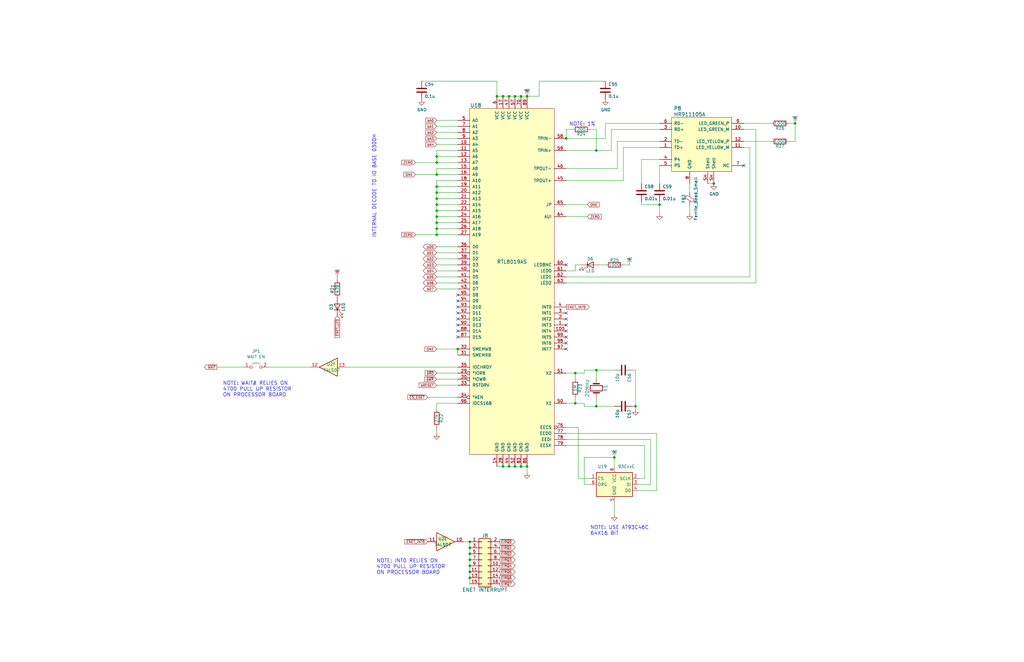
<source format=kicad_sch>
(kicad_sch (version 20211123) (generator eeschema)
  (paper "B")
  (lib_symbols
    (symbol "74xx:74LS07" (pin_names (offset 1.016))
      (property "Reference" "U" (at 0 1.27 0))
      (property "Value" "74LS07" (at 0 -1.27 0))
      (symbol "74LS07_1_0"
        (polyline (pts (xy -3.81 3.81) (xy -3.81 -3.81) (xy 3.81 0) (xy -3.81 3.81)) (stroke (width 0.254)) (fill (type background)))
        (pin input line (at -7.62 0 0) (length 3.81) (name "~") (number "1"))
        (pin open_collector line (at 7.62 0 180) (length 3.81) (name "~") (number "2"))
      )
      (symbol "74LS07_2_0"
        (polyline (pts (xy -3.81 3.81) (xy -3.81 -3.81) (xy 3.81 0) (xy -3.81 3.81)) (stroke (width 0.254)) (fill (type background)))
        (pin input line (at -7.62 0 0) (length 3.81) (name "~") (number "3"))
        (pin open_collector line (at 7.62 0 180) (length 3.81) (name "~") (number "4"))
      )
      (symbol "74LS07_3_0"
        (polyline (pts (xy -3.81 3.81) (xy -3.81 -3.81) (xy 3.81 0) (xy -3.81 3.81)) (stroke (width 0.254)) (fill (type background)))
        (pin input line (at -7.62 0 0) (length 3.81) (name "~") (number "5"))
        (pin open_collector line (at 7.62 0 180) (length 3.81) (name "~") (number "6"))
      )
      (symbol "74LS07_4_0"
        (polyline (pts (xy -3.81 3.81) (xy -3.81 -3.81) (xy 3.81 0) (xy -3.81 3.81)) (stroke (width 0.254)) (fill (type background)))
        (pin open_collector line (at 7.62 0 180) (length 3.81) (name "~") (number "8"))
        (pin input line (at -7.62 0 0) (length 3.81) (name "~") (number "9"))
      )
      (symbol "74LS07_5_0"
        (polyline (pts (xy -3.81 3.81) (xy -3.81 -3.81) (xy 3.81 0) (xy -3.81 3.81)) (stroke (width 0.254)) (fill (type background)))
        (pin open_collector line (at 7.62 0 180) (length 3.81) (name "~") (number "10"))
        (pin input line (at -7.62 0 0) (length 3.81) (name "~") (number "11"))
      )
      (symbol "74LS07_6_0"
        (polyline (pts (xy -3.81 3.81) (xy -3.81 -3.81) (xy 3.81 0) (xy -3.81 3.81)) (stroke (width 0.254)) (fill (type background)))
        (pin open_collector line (at 7.62 0 180) (length 3.81) (name "~") (number "12"))
        (pin input line (at -7.62 0 0) (length 3.81) (name "~") (number "13"))
      )
      (symbol "74LS07_7_0"
        (pin power_in line (at 0 12.7 270) (length 5.08) (name "VCC") (number "14"))
        (pin power_in line (at 0 -12.7 90) (length 5.08) (name "GND") (number "7"))
      )
      (symbol "74LS07_7_1"
        (rectangle (start -5.08 7.62) (end 5.08 -7.62) (stroke (width 0.254)) (fill (type background)))
      )
    )
    (symbol "Connector_Generic:Conn_02x08_Odd_Even" (pin_names (offset 1.016) hide)
      (property "Reference" "J" (at 1.27 10.16 0))
      (property "Value" "Conn_02x08_Odd_Even" (at 1.27 -12.7 0))
      (symbol "Conn_02x08_Odd_Even_1_1"
        (rectangle (start -1.27 -10.033) (end 0 -10.287) (stroke (width 0.1524)))
        (rectangle (start -1.27 -7.493) (end 0 -7.747) (stroke (width 0.1524)))
        (rectangle (start -1.27 -4.953) (end 0 -5.207) (stroke (width 0.1524)))
        (rectangle (start -1.27 -2.413) (end 0 -2.667) (stroke (width 0.1524)))
        (rectangle (start -1.27 0.127) (end 0 -0.127) (stroke (width 0.1524)))
        (rectangle (start -1.27 2.667) (end 0 2.413) (stroke (width 0.1524)))
        (rectangle (start -1.27 5.207) (end 0 4.953) (stroke (width 0.1524)))
        (rectangle (start -1.27 7.747) (end 0 7.493) (stroke (width 0.1524)))
        (rectangle (start -1.27 8.89) (end 3.81 -11.43) (stroke (width 0.254)) (fill (type background)))
        (rectangle (start 3.81 -10.033) (end 2.54 -10.287) (stroke (width 0.1524)))
        (rectangle (start 3.81 -7.493) (end 2.54 -7.747) (stroke (width 0.1524)))
        (rectangle (start 3.81 -4.953) (end 2.54 -5.207) (stroke (width 0.1524)))
        (rectangle (start 3.81 -2.413) (end 2.54 -2.667) (stroke (width 0.1524)))
        (rectangle (start 3.81 0.127) (end 2.54 -0.127) (stroke (width 0.1524)))
        (rectangle (start 3.81 2.667) (end 2.54 2.413) (stroke (width 0.1524)))
        (rectangle (start 3.81 5.207) (end 2.54 4.953) (stroke (width 0.1524)))
        (rectangle (start 3.81 7.747) (end 2.54 7.493) (stroke (width 0.1524)))
        (pin passive line (at -5.08 7.62 0) (length 3.81) (name "Pin_1") (number "1"))
        (pin passive line (at 7.62 -2.54 180) (length 3.81) (name "Pin_10") (number "10"))
        (pin passive line (at -5.08 -5.08 0) (length 3.81) (name "Pin_11") (number "11"))
        (pin passive line (at 7.62 -5.08 180) (length 3.81) (name "Pin_12") (number "12"))
        (pin passive line (at -5.08 -7.62 0) (length 3.81) (name "Pin_13") (number "13"))
        (pin passive line (at 7.62 -7.62 180) (length 3.81) (name "Pin_14") (number "14"))
        (pin passive line (at -5.08 -10.16 0) (length 3.81) (name "Pin_15") (number "15"))
        (pin passive line (at 7.62 -10.16 180) (length 3.81) (name "Pin_16") (number "16"))
        (pin passive line (at 7.62 7.62 180) (length 3.81) (name "Pin_2") (number "2"))
        (pin passive line (at -5.08 5.08 0) (length 3.81) (name "Pin_3") (number "3"))
        (pin passive line (at 7.62 5.08 180) (length 3.81) (name "Pin_4") (number "4"))
        (pin passive line (at -5.08 2.54 0) (length 3.81) (name "Pin_5") (number "5"))
        (pin passive line (at 7.62 2.54 180) (length 3.81) (name "Pin_6") (number "6"))
        (pin passive line (at -5.08 0 0) (length 3.81) (name "Pin_7") (number "7"))
        (pin passive line (at 7.62 0 180) (length 3.81) (name "Pin_8") (number "8"))
        (pin passive line (at -5.08 -2.54 0) (length 3.81) (name "Pin_9") (number "9"))
      )
    )
    (symbol "Device:C" (pin_numbers hide) (pin_names (offset 0.254))
      (property "Reference" "C" (at 0.635 2.54 0))
      (property "Value" "C" (at 0.635 -2.54 0))
      (symbol "C_0_1"
        (polyline (pts (xy -2.032 -0.762) (xy 2.032 -0.762)) (stroke (width 0.508)))
        (polyline (pts (xy -2.032 0.762) (xy 2.032 0.762)) (stroke (width 0.508)))
      )
      (symbol "C_1_1"
        (pin passive line (at 0 3.81 270) (length 2.794) (name "~") (number "1"))
        (pin passive line (at 0 -3.81 90) (length 2.794) (name "~") (number "2"))
      )
    )
    (symbol "Device:Crystal" (pin_numbers hide) (pin_names (offset 1.016) hide)
      (property "Reference" "Y" (at 0 3.81 0))
      (property "Value" "Crystal" (at 0 -3.81 0))
      (symbol "Crystal_0_1"
        (rectangle (start -1.143 2.54) (end 1.143 -2.54) (stroke (width 0.3048)))
        (polyline (pts (xy -2.54 0) (xy -1.905 0)))
        (polyline (pts (xy -1.905 -1.27) (xy -1.905 1.27)) (stroke (width 0.508)))
        (polyline (pts (xy 1.905 -1.27) (xy 1.905 1.27)) (stroke (width 0.508)))
        (polyline (pts (xy 2.54 0) (xy 1.905 0)))
      )
      (symbol "Crystal_1_1"
        (pin passive line (at -3.81 0 0) (length 1.27) (name "1") (number "1"))
        (pin passive line (at 3.81 0 180) (length 1.27) (name "2") (number "2"))
      )
    )
    (symbol "Device:FerriteBead_Small" (pin_numbers hide) (pin_names (offset 0))
      (property "Reference" "FB" (at 1.905 1.27 0))
      (property "Value" "FerriteBead_Small" (at 1.905 -1.27 0))
      (symbol "FerriteBead_Small_0_1"
        (polyline (pts (xy 0 -1.27) (xy 0 -0.7874)))
        (polyline (pts (xy 0 0.889) (xy 0 1.2954)))
        (polyline (pts (xy -1.8288 0.2794) (xy -1.1176 1.4986) (xy 1.8288 -0.2032) (xy 1.1176 -1.4224) (xy -1.8288 0.2794)))
      )
      (symbol "FerriteBead_Small_1_1"
        (pin passive line (at 0 2.54 270) (length 1.27) (name "~") (number "1"))
        (pin passive line (at 0 -2.54 90) (length 1.27) (name "~") (number "2"))
      )
    )
    (symbol "Device:LED" (pin_numbers hide) (pin_names (offset 1.016) hide)
      (property "Reference" "D" (at 0 2.54 0))
      (property "Value" "LED" (at 0 -2.54 0))
      (symbol "LED_0_1"
        (polyline (pts (xy -1.27 -1.27) (xy -1.27 1.27)) (stroke (width 0.254)))
        (polyline (pts (xy -1.27 0) (xy 1.27 0)))
        (polyline (pts (xy 1.27 -1.27) (xy 1.27 1.27) (xy -1.27 0) (xy 1.27 -1.27)) (stroke (width 0.254)))
        (polyline (pts (xy -3.048 -0.762) (xy -4.572 -2.286) (xy -3.81 -2.286) (xy -4.572 -2.286) (xy -4.572 -1.524)))
        (polyline (pts (xy -1.778 -0.762) (xy -3.302 -2.286) (xy -2.54 -2.286) (xy -3.302 -2.286) (xy -3.302 -1.524)))
      )
      (symbol "LED_1_1"
        (pin passive line (at -3.81 0 0) (length 2.54) (name "K") (number "1"))
        (pin passive line (at 3.81 0 180) (length 2.54) (name "A") (number "2"))
      )
    )
    (symbol "Device:R" (pin_numbers hide) (pin_names (offset 0))
      (property "Reference" "R" (at 2.032 0 90))
      (property "Value" "R" (at 0 0 90))
      (symbol "R_0_1"
        (rectangle (start -1.016 -2.54) (end 1.016 2.54) (stroke (width 0.254)))
      )
      (symbol "R_1_1"
        (pin passive line (at 0 3.81 270) (length 1.27) (name "~") (number "1"))
        (pin passive line (at 0 -3.81 90) (length 1.27) (name "~") (number "2"))
      )
    )
    (symbol "HR911105A:HR911105A" (pin_names (offset 1.016))
      (property "Reference" "P?" (at -10.16 13.97 0))
      (property "Value" "HR911105A" (at -5.08 11.43 0))
      (symbol "HR911105A_0_1"
        (rectangle (start -12.7 10.16) (end 12.7 -12.7) (fill (type background)))
      )
      (symbol "HR911105A_1_1"
        (pin input line (at -17.78 -2.54 0) (length 5.08) (name "TD+") (number "1"))
        (pin input line (at 17.78 5.08 180) (length 5.08) (name "LED_GREEN_M") (number "10"))
        (pin input line (at 17.78 -2.54 180) (length 5.08) (name "LED_YELLOW_M") (number "11"))
        (pin input line (at 17.78 0 180) (length 5.08) (name "LED_YELLOW_P") (number "12"))
        (pin input line (at -17.78 0 0) (length 5.08) (name "TD-") (number "2"))
        (pin input line (at -17.78 5.08 0) (length 5.08) (name "RD+") (number "3"))
        (pin input line (at -17.78 -7.62 0) (length 5.08) (name "P4") (number "4"))
        (pin input line (at -17.78 -10.16 0) (length 5.08) (name "P5") (number "5"))
        (pin input line (at -17.78 7.62 0) (length 5.08) (name "RD-") (number "6"))
        (pin input line (at 17.78 -10.16 180) (length 5.08) (name "NC") (number "7"))
        (pin input line (at -5.08 -17.78 90) (length 5.08) (name "GND") (number "8"))
        (pin input line (at 17.78 7.62 180) (length 5.08) (name "LED_GREEN_P") (number "9"))
        (pin input line (at 2.54 -17.78 90) (length 5.08) (name "Shell") (number "SH"))
        (pin input line (at 5.08 -17.78 90) (length 5.08) (name "Shell") (number "SH"))
      )
    )
    (symbol "Jumper:Jumper_2_Open" (pin_names (offset 0) hide)
      (property "Reference" "JP" (at 0 2.794 0))
      (property "Value" "Jumper_2_Open" (at 0 -2.286 0))
      (symbol "Jumper_2_Open_0_0"
        (circle (center -2.032 0) (radius 0.508))
        (circle (center 2.032 0) (radius 0.508))
      )
      (symbol "Jumper_2_Open_0_1"
        (arc (start 1.524 1.27) (mid 0 1.778) (end -1.524 1.27))
      )
      (symbol "Jumper_2_Open_1_1"
        (pin passive line (at -5.08 0 0) (length 2.54) (name "A") (number "1"))
        (pin passive line (at 5.08 0 180) (length 2.54) (name "B") (number "2"))
      )
    )
    (symbol "Memory_EEPROM:93CxxC"
      (property "Reference" "U" (at -7.62 6.35 0))
      (property "Value" "93CxxC" (at 2.54 -6.35 0))
      (symbol "93CxxC_1_1"
        (rectangle (start -7.62 5.08) (end 7.62 -5.08) (stroke (width 0.254)) (fill (type background)))
        (pin input line (at -10.16 2.54 0) (length 2.54) (name "CS") (number "1"))
        (pin input line (at 10.16 2.54 180) (length 2.54) (name "SCLK") (number "2"))
        (pin input line (at 10.16 0 180) (length 2.54) (name "DI") (number "3"))
        (pin tri_state line (at 10.16 -2.54 180) (length 2.54) (name "DO") (number "4"))
        (pin power_in line (at 0 -7.62 90) (length 2.54) (name "GND") (number "5"))
        (pin input line (at -10.16 0 0) (length 2.54) (name "ORG") (number "6"))
        (pin no_connect line (at -7.62 -2.54 0) (length 2.54) hide (name "NC") (number "7"))
        (pin power_in line (at 0 7.62 270) (length 2.54) (name "VCC") (number "8"))
      )
    )
    (symbol "RTL8019AS:RTL8019AS" (pin_names (offset 1.016))
      (property "Reference" "U?" (at -15.24 66.04 0))
      (property "Value" "RTL8019AS" (at 0 0 0))
      (symbol "RTL8019AS_0_1"
        (rectangle (start -17.78 64.77) (end 17.78 -81.28) (fill (type background)))
      )
      (symbol "RTL8019AS_1_1"
        (pin output line (at 22.86 -26.67 180) (length 5.08) (name "INT3") (number "1"))
        (pin input line (at -22.86 49.53 0) (length 5.08) (name "A4") (number "10"))
        (pin output line (at 22.86 -29.21 180) (length 5.08) (name "INT4") (number "100"))
        (pin input line (at -22.86 46.99 0) (length 5.08) (name "A5") (number "11"))
        (pin input line (at -22.86 44.45 0) (length 5.08) (name "A6") (number "12"))
        (pin input line (at -22.86 41.91 0) (length 5.08) (name "A7") (number "13"))
        (pin power_in line (at -6.35 -86.36 90) (length 5.08) (name "GND") (number "14"))
        (pin input line (at -22.86 39.37 0) (length 5.08) (name "A8") (number "15"))
        (pin input line (at -22.86 36.83 0) (length 5.08) (name "A9") (number "16"))
        (pin power_in line (at -3.81 69.85 270) (length 5.08) (name "VCC") (number "17"))
        (pin input line (at -22.86 34.29 0) (length 5.08) (name "A10") (number "18"))
        (pin input line (at -22.86 31.75 0) (length 5.08) (name "A11") (number "19"))
        (pin output line (at 22.86 -24.13 180) (length 5.08) (name "INT2") (number "2"))
        (pin input line (at -22.86 29.21 0) (length 5.08) (name "A12") (number "20"))
        (pin input line (at -22.86 26.67 0) (length 5.08) (name "A13") (number "21"))
        (pin input line (at -22.86 24.13 0) (length 5.08) (name "A14") (number "22"))
        (pin input line (at -22.86 21.59 0) (length 5.08) (name "A15") (number "23"))
        (pin input line (at -22.86 19.05 0) (length 5.08) (name "A16") (number "24"))
        (pin input line (at -22.86 16.51 0) (length 5.08) (name "A17") (number "25"))
        (pin input line (at -22.86 13.97 0) (length 5.08) (name "A18") (number "26"))
        (pin input line (at -22.86 11.43 0) (length 5.08) (name "A19") (number "27"))
        (pin power_in line (at -3.81 -86.36 90) (length 5.08) (name "GND") (number "28"))
        (pin input inverted (at -22.86 -46.99 0) (length 5.08) (name "*IORB") (number "29"))
        (pin output line (at 22.86 -21.59 180) (length 5.08) (name "INT1") (number "3"))
        (pin input inverted (at -22.86 -49.53 0) (length 5.08) (name "*IOWB") (number "30"))
        (pin input line (at -22.86 -39.37 0) (length 5.08) (name "SMEMRB") (number "31"))
        (pin input line (at -22.86 -36.83 0) (length 5.08) (name "SMEMWB") (number "32"))
        (pin input line (at -22.86 -52.07 0) (length 5.08) (name "RSTDRV") (number "33"))
        (pin input inverted (at -22.86 -57.15 0) (length 5.08) (name "*AEN") (number "34"))
        (pin output line (at -22.86 -44.45 0) (length 5.08) (name "IOCHRDY") (number "35"))
        (pin bidirectional line (at -22.86 6.35 0) (length 5.08) (name "D0") (number "36"))
        (pin bidirectional line (at -22.86 3.81 0) (length 5.08) (name "D1") (number "37"))
        (pin bidirectional line (at -22.86 1.27 0) (length 5.08) (name "D2") (number "38"))
        (pin bidirectional line (at -22.86 -1.27 0) (length 5.08) (name "D3") (number "39"))
        (pin output line (at 22.86 -19.05 180) (length 5.08) (name "INT0") (number "4"))
        (pin bidirectional line (at -22.86 -3.81 0) (length 5.08) (name "D4") (number "40"))
        (pin bidirectional line (at -22.86 -6.35 0) (length 5.08) (name "D5") (number "41"))
        (pin bidirectional line (at -22.86 -8.89 0) (length 5.08) (name "D6") (number "42"))
        (pin bidirectional line (at -22.86 -11.43 0) (length 5.08) (name "D7") (number "43"))
        (pin power_in line (at -1.27 -86.36 90) (length 5.08) (name "GND") (number "44"))
        (pin output line (at 22.86 34.29 180) (length 5.08) (name "TPOUT+") (number "45"))
        (pin output line (at 22.86 39.37 180) (length 5.08) (name "TPOUT-") (number "46"))
        (pin power_in line (at -1.27 69.85 270) (length 5.08) (name "VCC") (number "47"))
        (pin input line (at -22.86 59.69 0) (length 5.08) (name "A0") (number "5"))
        (pin input line (at 22.86 -59.69 180) (length 5.08) (name "X1") (number "50"))
        (pin output line (at 22.86 -46.99 180) (length 5.08) (name "X2") (number "51"))
        (pin power_in line (at 1.27 -86.36 90) (length 5.08) (name "GND") (number "52"))
        (pin power_in line (at 1.27 69.85 270) (length 5.08) (name "VCC") (number "57"))
        (pin input line (at 22.86 52.07 180) (length 5.08) (name "TPIN-") (number "58"))
        (pin input line (at 22.86 46.99 180) (length 5.08) (name "TPIN+") (number "59"))
        (pin power_in line (at -6.35 69.85 270) (length 5.08) (name "VCC") (number "6"))
        (pin output line (at 22.86 -1.27 180) (length 5.08) (name "LEDBNC") (number "60"))
        (pin output line (at 22.86 -3.81 180) (length 5.08) (name "LED0") (number "61"))
        (pin output line (at 22.86 -6.35 180) (length 5.08) (name "LED1") (number "62"))
        (pin output line (at 22.86 -8.89 180) (length 5.08) (name "LED2") (number "63"))
        (pin input line (at 22.86 19.05 180) (length 5.08) (name "AUI") (number "64"))
        (pin input line (at 22.86 24.13 180) (length 5.08) (name "JP") (number "65"))
        (pin input line (at -22.86 57.15 0) (length 5.08) (name "A1") (number "7"))
        (pin power_in line (at 3.81 69.85 270) (length 5.08) (name "VCC") (number "70"))
        (pin output inverted (at 22.86 -69.85 180) (length 5.08) (name "EECS") (number "76"))
        (pin input line (at 22.86 -72.39 180) (length 5.08) (name "EEDO") (number "77"))
        (pin output line (at 22.86 -74.93 180) (length 5.08) (name "EEDI") (number "78"))
        (pin output line (at 22.86 -77.47 180) (length 5.08) (name "EESK") (number "79"))
        (pin input line (at -22.86 54.61 0) (length 5.08) (name "A2") (number "8"))
        (pin power_in line (at 3.81 -86.36 90) (length 5.08) (name "GND") (number "83"))
        (pin power_in line (at 6.35 -86.36 90) (length 5.08) (name "GND") (number "86"))
        (pin bidirectional line (at -22.86 -31.75 0) (length 5.08) (name "D15") (number "87"))
        (pin bidirectional line (at -22.86 -29.21 0) (length 5.08) (name "D14") (number "88"))
        (pin power_in line (at 6.35 69.85 270) (length 5.08) (name "VCC") (number "89"))
        (pin input line (at -22.86 52.07 0) (length 5.08) (name "A3") (number "9"))
        (pin bidirectional line (at -22.86 -26.67 0) (length 5.08) (name "D13") (number "90"))
        (pin bidirectional line (at -22.86 -24.13 0) (length 5.08) (name "D12") (number "91"))
        (pin bidirectional line (at -22.86 -21.59 0) (length 5.08) (name "D11") (number "92"))
        (pin bidirectional line (at -22.86 -19.05 0) (length 5.08) (name "D10") (number "93"))
        (pin bidirectional line (at -22.86 -16.51 0) (length 5.08) (name "D9") (number "94"))
        (pin bidirectional line (at -22.86 -13.97 0) (length 5.08) (name "D8") (number "95"))
        (pin output line (at -22.86 -59.69 0) (length 5.08) (name "IOCS16B") (number "96"))
        (pin output line (at 22.86 -36.83 180) (length 5.08) (name "INT7") (number "97"))
        (pin output line (at 22.86 -34.29 180) (length 5.08) (name "INT6") (number "98"))
        (pin output line (at 22.86 -31.75 180) (length 5.08) (name "INT5") (number "99"))
      )
    )
    (symbol "power:GND" (power) (pin_names (offset 0))
      (property "Value" "GND" (at 0 -3.81 0))
      (symbol "GND_0_1"
        (polyline (pts (xy 0 0) (xy 0 -1.27) (xy 1.27 -1.27) (xy 0 -2.54) (xy -1.27 -1.27) (xy 0 -1.27)))
      )
      (symbol "GND_1_1"
        (pin power_in line (at 0 0 270) (length 0) hide (name "GND") (number "1"))
      )
    )
    (symbol "power:VCC" (power) (pin_names (offset 0))
      (property "Value" "VCC" (at 0 3.81 0))
      (symbol "VCC_0_1"
        (polyline (pts (xy -0.762 1.27) (xy 0 2.54)))
        (polyline (pts (xy 0 0) (xy 0 2.54)))
        (polyline (pts (xy 0 2.54) (xy 0.762 1.27)))
      )
      (symbol "VCC_1_1"
        (pin power_in line (at 0 0 90) (length 0) hide (name "VCC") (number "1"))
      )
    )
  )
  (junction (at 251.46 156.21))
  (junction (at 217.17 40.64))
  (junction (at 198.12 236.22))
  (junction (at 335.28 52.07))
  (junction (at 212.09 40.64))
  (junction (at 251.46 63.5))
  (junction (at 184.15 93.98))
  (junction (at 217.17 196.85))
  (junction (at 214.63 40.64))
  (junction (at 198.12 241.3))
  (junction (at 238.76 58.42))
  (junction (at 198.12 243.84))
  (junction (at 184.15 68.58))
  (junction (at 184.15 91.44))
  (junction (at 219.71 196.85))
  (junction (at 259.08 193.04))
  (junction (at 198.12 228.6))
  (junction (at 300.99 77.47))
  (junction (at 184.15 83.82))
  (junction (at 209.55 40.64))
  (junction (at 184.15 86.36))
  (junction (at 242.57 170.18))
  (junction (at 184.15 78.74))
  (junction (at 267.97 171.45))
  (junction (at 184.15 73.66))
  (junction (at 198.12 231.14))
  (junction (at 222.25 40.64))
  (junction (at 251.46 171.45))
  (junction (at 184.15 66.04))
  (junction (at 212.09 196.85))
  (junction (at 222.25 196.85))
  (junction (at 193.04 147.32))
  (junction (at 198.12 233.68))
  (junction (at 219.71 40.64))
  (junction (at 184.15 88.9))
  (junction (at 214.63 196.85))
  (junction (at 184.15 81.28))
  (junction (at 184.15 99.06))
  (junction (at 242.57 157.48))
  (junction (at 278.13 86.36))
  (junction (at 198.12 238.76))
  (junction (at 184.15 96.52))
  (no_connect (at 238.76 134.62))
  (no_connect (at 238.76 132.08))
  (no_connect (at 313.69 69.85))
  (no_connect (at 238.76 139.7))
  (no_connect (at 193.04 129.54))
  (no_connect (at 193.04 134.62))
  (no_connect (at 238.76 147.32))
  (no_connect (at 193.04 139.7))
  (no_connect (at 193.04 124.46))
  (no_connect (at 238.76 111.76))
  (no_connect (at 193.04 142.24))
  (no_connect (at 238.76 137.16))
  (no_connect (at 238.76 144.78))
  (no_connect (at 238.76 142.24))
  (no_connect (at 193.04 137.16))
  (no_connect (at 193.04 127))
  (no_connect (at 193.04 132.08))
  (wire (pts (xy 238.76 63.5) (xy 251.46 63.5)))
  (wire (pts (xy 245.11 111.76) (xy 242.57 111.76)))
  (wire (pts (xy 278.13 69.85) (xy 278.13 77.47)))
  (wire (pts (xy 193.04 53.34) (xy 184.15 53.34)))
  (wire (pts (xy 198.12 238.76) (xy 198.12 236.22)))
  (wire (pts (xy 278.13 86.36) (xy 278.13 90.17)))
  (wire (pts (xy 300.99 77.47) (xy 298.45 77.47)))
  (wire (pts (xy 180.34 167.64) (xy 193.04 167.64)))
  (wire (pts (xy 332.74 52.07) (xy 335.28 52.07)))
  (wire (pts (xy 266.7 156.21) (xy 267.97 156.21)))
  (wire (pts (xy 184.15 86.36) (xy 193.04 86.36)))
  (wire (pts (xy 313.69 59.69) (xy 325.12 59.69)))
  (wire (pts (xy 274.32 204.47) (xy 274.32 185.42)))
  (wire (pts (xy 274.32 185.42) (xy 238.76 185.42)))
  (wire (pts (xy 238.76 86.36) (xy 247.65 86.36)))
  (wire (pts (xy 276.86 207.01) (xy 269.24 207.01)))
  (wire (pts (xy 193.04 116.84) (xy 184.15 116.84)))
  (wire (pts (xy 184.15 180.34) (xy 184.15 182.88)))
  (wire (pts (xy 184.15 78.74) (xy 184.15 81.28)))
  (wire (pts (xy 184.15 88.9) (xy 193.04 88.9)))
  (wire (pts (xy 242.57 111.76) (xy 242.57 114.3)))
  (wire (pts (xy 271.78 187.96) (xy 271.78 201.93)))
  (wire (pts (xy 332.74 59.69) (xy 335.28 59.69)))
  (wire (pts (xy 267.97 171.45) (xy 267.97 172.72)))
  (wire (pts (xy 255.27 58.42) (xy 255.27 52.07)))
  (wire (pts (xy 251.46 156.21) (xy 259.08 156.21)))
  (wire (pts (xy 246.38 204.47) (xy 246.38 193.04)))
  (wire (pts (xy 313.69 52.07) (xy 325.12 52.07)))
  (wire (pts (xy 238.76 182.88) (xy 276.86 182.88)))
  (wire (pts (xy 246.38 171.45) (xy 251.46 171.45)))
  (wire (pts (xy 260.35 59.69) (xy 260.35 71.12)))
  (wire (pts (xy 251.46 63.5) (xy 257.81 63.5)))
  (wire (pts (xy 243.84 180.34) (xy 238.76 180.34)))
  (wire (pts (xy 251.46 171.45) (xy 259.08 171.45)))
  (wire (pts (xy 251.46 54.61) (xy 251.46 63.5)))
  (wire (pts (xy 193.04 55.88) (xy 184.15 55.88)))
  (wire (pts (xy 184.15 99.06) (xy 193.04 99.06)))
  (wire (pts (xy 184.15 71.12) (xy 184.15 73.66)))
  (wire (pts (xy 184.15 83.82) (xy 193.04 83.82)))
  (wire (pts (xy 242.57 157.48) (xy 246.38 157.48)))
  (wire (pts (xy 222.25 40.64) (xy 227.33 40.64)))
  (wire (pts (xy 242.57 157.48) (xy 242.57 160.02)))
  (wire (pts (xy 184.15 86.36) (xy 184.15 88.9)))
  (wire (pts (xy 91.44 154.94) (xy 102.87 154.94)))
  (wire (pts (xy 242.57 114.3) (xy 238.76 114.3)))
  (wire (pts (xy 248.92 201.93) (xy 243.84 201.93)))
  (wire (pts (xy 271.78 201.93) (xy 269.24 201.93)))
  (wire (pts (xy 193.04 111.76) (xy 184.15 111.76)))
  (wire (pts (xy 270.51 67.31) (xy 270.51 77.47)))
  (wire (pts (xy 184.15 66.04) (xy 184.15 68.58)))
  (wire (pts (xy 257.81 54.61) (xy 257.81 63.5)))
  (wire (pts (xy 177.8 34.29) (xy 209.55 34.29)))
  (wire (pts (xy 209.55 34.29) (xy 209.55 40.64)))
  (wire (pts (xy 316.23 62.23) (xy 313.69 62.23)))
  (wire (pts (xy 248.92 54.61) (xy 251.46 54.61)))
  (wire (pts (xy 238.76 170.18) (xy 242.57 170.18)))
  (wire (pts (xy 246.38 156.21) (xy 251.46 156.21)))
  (wire (pts (xy 175.26 73.66) (xy 184.15 73.66)))
  (wire (pts (xy 193.04 104.14) (xy 184.15 104.14)))
  (wire (pts (xy 193.04 160.02) (xy 184.15 160.02)))
  (wire (pts (xy 246.38 193.04) (xy 259.08 193.04)))
  (wire (pts (xy 214.63 196.85) (xy 217.17 196.85)))
  (wire (pts (xy 318.77 54.61) (xy 318.77 119.38)))
  (wire (pts (xy 198.12 241.3) (xy 198.12 238.76)))
  (wire (pts (xy 184.15 93.98) (xy 184.15 96.52)))
  (wire (pts (xy 260.35 59.69) (xy 278.13 59.69)))
  (wire (pts (xy 267.97 156.21) (xy 267.97 171.45)))
  (wire (pts (xy 217.17 196.85) (xy 219.71 196.85)))
  (wire (pts (xy 238.76 157.48) (xy 242.57 157.48)))
  (wire (pts (xy 184.15 91.44) (xy 184.15 93.98)))
  (wire (pts (xy 251.46 156.21) (xy 251.46 160.02)))
  (wire (pts (xy 242.57 167.64) (xy 242.57 170.18)))
  (wire (pts (xy 335.28 59.69) (xy 335.28 52.07)))
  (wire (pts (xy 193.04 119.38) (xy 184.15 119.38)))
  (wire (pts (xy 209.55 196.85) (xy 212.09 196.85)))
  (wire (pts (xy 184.15 63.5) (xy 184.15 66.04)))
  (wire (pts (xy 251.46 167.64) (xy 251.46 171.45)))
  (wire (pts (xy 270.51 86.36) (xy 278.13 86.36)))
  (wire (pts (xy 184.15 162.56) (xy 193.04 162.56)))
  (wire (pts (xy 184.15 73.66) (xy 193.04 73.66)))
  (wire (pts (xy 238.76 58.42) (xy 255.27 58.42)))
  (wire (pts (xy 193.04 114.3) (xy 184.15 114.3)))
  (wire (pts (xy 259.08 193.04) (xy 259.08 196.85)))
  (wire (pts (xy 198.12 246.38) (xy 198.12 243.84)))
  (wire (pts (xy 242.57 170.18) (xy 246.38 170.18)))
  (wire (pts (xy 269.24 204.47) (xy 274.32 204.47)))
  (wire (pts (xy 193.04 58.42) (xy 184.15 58.42)))
  (wire (pts (xy 262.89 62.23) (xy 262.89 76.2)))
  (wire (pts (xy 318.77 119.38) (xy 238.76 119.38)))
  (wire (pts (xy 278.13 62.23) (xy 262.89 62.23)))
  (wire (pts (xy 193.04 147.32) (xy 193.04 149.86)))
  (wire (pts (xy 227.33 34.29) (xy 255.27 34.29)))
  (wire (pts (xy 184.15 96.52) (xy 184.15 99.06)))
  (wire (pts (xy 252.73 111.76) (xy 255.27 111.76)))
  (wire (pts (xy 184.15 83.82) (xy 184.15 86.36)))
  (wire (pts (xy 262.89 111.76) (xy 265.43 111.76)))
  (wire (pts (xy 193.04 60.96) (xy 184.15 60.96)))
  (wire (pts (xy 276.86 182.88) (xy 276.86 207.01)))
  (wire (pts (xy 248.92 204.47) (xy 246.38 204.47)))
  (wire (pts (xy 243.84 201.93) (xy 243.84 180.34)))
  (wire (pts (xy 270.51 67.31) (xy 278.13 67.31)))
  (wire (pts (xy 184.15 88.9) (xy 184.15 91.44)))
  (wire (pts (xy 193.04 157.48) (xy 184.15 157.48)))
  (wire (pts (xy 214.63 40.64) (xy 217.17 40.64)))
  (wire (pts (xy 184.15 170.18) (xy 184.15 172.72)))
  (wire (pts (xy 198.12 233.68) (xy 198.12 231.14)))
  (wire (pts (xy 313.69 54.61) (xy 318.77 54.61)))
  (wire (pts (xy 238.76 71.12) (xy 260.35 71.12)))
  (wire (pts (xy 227.33 40.64) (xy 227.33 34.29)))
  (wire (pts (xy 198.12 236.22) (xy 198.12 233.68)))
  (wire (pts (xy 193.04 170.18) (xy 184.15 170.18)))
  (wire (pts (xy 217.17 40.64) (xy 219.71 40.64)))
  (wire (pts (xy 198.12 243.84) (xy 198.12 241.3)))
  (wire (pts (xy 184.15 81.28) (xy 193.04 81.28)))
  (wire (pts (xy 290.83 77.47) (xy 290.83 81.28)))
  (wire (pts (xy 113.03 154.94) (xy 130.81 154.94)))
  (wire (pts (xy 184.15 76.2) (xy 184.15 78.74)))
  (wire (pts (xy 175.26 99.06) (xy 184.15 99.06)))
  (wire (pts (xy 266.7 171.45) (xy 267.97 171.45)))
  (wire (pts (xy 198.12 231.14) (xy 198.12 228.6)))
  (wire (pts (xy 259.08 212.09) (xy 259.08 217.17)))
  (wire (pts (xy 219.71 40.64) (xy 222.25 40.64)))
  (wire (pts (xy 184.15 78.74) (xy 193.04 78.74)))
  (wire (pts (xy 193.04 50.8) (xy 184.15 50.8)))
  (wire (pts (xy 193.04 109.22) (xy 184.15 109.22)))
  (wire (pts (xy 175.26 68.58) (xy 184.15 68.58)))
  (wire (pts (xy 193.04 121.92) (xy 184.15 121.92)))
  (wire (pts (xy 255.27 52.07) (xy 278.13 52.07)))
  (wire (pts (xy 278.13 85.09) (xy 278.13 86.36)))
  (wire (pts (xy 238.76 187.96) (xy 271.78 187.96)))
  (wire (pts (xy 184.15 81.28) (xy 184.15 83.82)))
  (wire (pts (xy 193.04 63.5) (xy 184.15 63.5)))
  (wire (pts (xy 238.76 76.2) (xy 262.89 76.2)))
  (wire (pts (xy 193.04 68.58) (xy 184.15 68.58)))
  (wire (pts (xy 212.09 40.64) (xy 214.63 40.64)))
  (wire (pts (xy 246.38 157.48) (xy 246.38 156.21)))
  (wire (pts (xy 184.15 96.52) (xy 193.04 96.52)))
  (wire (pts (xy 184.15 147.32) (xy 193.04 147.32)))
  (wire (pts (xy 193.04 66.04) (xy 184.15 66.04)))
  (wire (pts (xy 238.76 54.61) (xy 238.76 58.42)))
  (wire (pts (xy 209.55 40.64) (xy 212.09 40.64)))
  (wire (pts (xy 195.58 228.6) (xy 198.12 228.6)))
  (wire (pts (xy 193.04 71.12) (xy 184.15 71.12)))
  (wire (pts (xy 290.83 86.36) (xy 290.83 90.17)))
  (wire (pts (xy 142.24 118.11) (xy 142.24 116.84)))
  (wire (pts (xy 184.15 93.98) (xy 193.04 93.98)))
  (wire (pts (xy 212.09 196.85) (xy 214.63 196.85)))
  (wire (pts (xy 270.51 85.09) (xy 270.51 86.36)))
  (wire (pts (xy 222.25 196.85) (xy 222.25 199.39)))
  (wire (pts (xy 238.76 91.44) (xy 247.65 91.44)))
  (wire (pts (xy 257.81 54.61) (xy 278.13 54.61)))
  (wire (pts (xy 238.76 54.61) (xy 241.3 54.61)))
  (wire (pts (xy 193.04 154.94) (xy 146.05 154.94)))
  (wire (pts (xy 219.71 196.85) (xy 222.25 196.85)))
  (wire (pts (xy 238.76 116.84) (xy 316.23 116.84)))
  (wire (pts (xy 184.15 91.44) (xy 193.04 91.44)))
  (wire (pts (xy 193.04 106.68) (xy 184.15 106.68)))
  (wire (pts (xy 316.23 116.84) (xy 316.23 62.23)))
  (wire (pts (xy 246.38 170.18) (xy 246.38 171.45)))
  (wire (pts (xy 184.15 76.2) (xy 193.04 76.2)))
  (text "NOTE: INT0 RELIES ON\n4700 PULL UP RESISTOR\nON PROCESSOR BOARD" (at 158.75 242.57 0) (effects (font (size 1.524 1.524)) (justify left bottom)))
  (text "NOTE: USE AT93C46C\n64X16 BIT" (at 248.92 226.06 0) (effects (font (size 1.524 1.524)) (justify left bottom)))
  (text "NOTE: 1%" (at 240.03 53.34 0) (effects (font (size 1.524 1.524)) (justify left bottom)))
  (text "NOTE: WAIT# RELIES ON\n4700 PULL UP RESISTOR\nON PROCESSOR BOARD" (at 93.98 167.64 0) (effects (font (size 1.524 1.524)) (justify left bottom)))
  (text "INTERNAL DECODE TO IO BASE 0300H" (at 158.75 100.33 90) (effects (font (size 1.524 1.524)) (justify left bottom)))
  (global_label "~{EIRQ7}" (shape output) (at 210.82 246.38 0) (effects (font (size 1.016 1.016))) (property "Intersheet References" "${INTERSHEET_REFS}" (effects hide)))
  (global_label "bD5" (shape bidirectional) (at 184.15 116.84 180) (effects (font (size 1.016 1.016))) (property "Intersheet References" "${INTERSHEET_REFS}" (effects hide)))
  (global_label "~{CS_ENET}" (shape input) (at 180.34 167.64 180) (effects (font (size 1.016 1.016))) (property "Intersheet References" "${INTERSHEET_REFS}" (effects hide)))
  (global_label "bD1" (shape bidirectional) (at 184.15 106.68 180) (effects (font (size 1.016 1.016))) (property "Intersheet References" "${INTERSHEET_REFS}" (effects hide)))
  (global_label "~{EIRQ5}" (shape output) (at 210.82 241.3 0) (effects (font (size 1.016 1.016))) (property "Intersheet References" "${INTERSHEET_REFS}" (effects hide)))
  (global_label "bRESET" (shape input) (at 184.15 162.56 180) (effects (font (size 1.016 1.016))) (property "Intersheet References" "${INTERSHEET_REFS}" (effects hide)))
  (global_label "bA0" (shape input) (at 184.15 50.8 180) (effects (font (size 1.016 1.016))) (property "Intersheet References" "${INTERSHEET_REFS}" (effects hide)))
  (global_label "bA2" (shape input) (at 184.15 55.88 180) (effects (font (size 1.016 1.016))) (property "Intersheet References" "${INTERSHEET_REFS}" (effects hide)))
  (global_label "bA3" (shape input) (at 184.15 58.42 180) (effects (font (size 1.016 1.016))) (property "Intersheet References" "${INTERSHEET_REFS}" (effects hide)))
  (global_label "~{bWR}" (shape input) (at 184.15 160.02 180) (effects (font (size 1.016 1.016))) (property "Intersheet References" "${INTERSHEET_REFS}" (effects hide)))
  (global_label "ENET_INT0" (shape output) (at 238.76 129.54 0) (effects (font (size 1.016 1.016))) (property "Intersheet References" "${INTERSHEET_REFS}" (effects hide)))
  (global_label "bD3" (shape bidirectional) (at 184.15 111.76 180) (effects (font (size 1.016 1.016))) (property "Intersheet References" "${INTERSHEET_REFS}" (effects hide)))
  (global_label "bD6" (shape bidirectional) (at 184.15 119.38 180) (effects (font (size 1.016 1.016))) (property "Intersheet References" "${INTERSHEET_REFS}" (effects hide)))
  (global_label "ONE" (shape input) (at 184.15 147.32 180) (effects (font (size 1.016 1.016))) (property "Intersheet References" "${INTERSHEET_REFS}" (effects hide)))
  (global_label "bD0" (shape bidirectional) (at 184.15 104.14 180) (effects (font (size 1.016 1.016))) (property "Intersheet References" "${INTERSHEET_REFS}" (effects hide)))
  (global_label "~{ENET_INT0}" (shape input) (at 180.34 228.6 180) (effects (font (size 1.016 1.016))) (property "Intersheet References" "${INTERSHEET_REFS}" (effects hide)))
  (global_label "~{EIRQ0}" (shape output) (at 210.82 228.6 0) (effects (font (size 1.016 1.016))) (property "Intersheet References" "${INTERSHEET_REFS}" (effects hide)))
  (global_label "bA1" (shape input) (at 184.15 53.34 180) (effects (font (size 1.016 1.016))) (property "Intersheet References" "${INTERSHEET_REFS}" (effects hide)))
  (global_label "ZERO" (shape input) (at 175.26 68.58 180) (effects (font (size 1.016 1.016))) (property "Intersheet References" "${INTERSHEET_REFS}" (effects hide)))
  (global_label "ONE" (shape input) (at 175.26 73.66 180) (effects (font (size 1.016 1.016))) (property "Intersheet References" "${INTERSHEET_REFS}" (effects hide)))
  (global_label "~{WAIT}" (shape output) (at 91.44 154.94 180) (effects (font (size 1.016 1.016))) (property "Intersheet References" "${INTERSHEET_REFS}" (effects hide)))
  (global_label "ZERO" (shape input) (at 175.26 99.06 180) (effects (font (size 1.016 1.016))) (property "Intersheet References" "${INTERSHEET_REFS}" (effects hide)))
  (global_label "bA4" (shape input) (at 184.15 60.96 180) (effects (font (size 1.016 1.016))) (property "Intersheet References" "${INTERSHEET_REFS}" (effects hide)))
  (global_label "~{EIRQ3}" (shape output) (at 210.82 236.22 0) (effects (font (size 1.016 1.016))) (property "Intersheet References" "${INTERSHEET_REFS}" (effects hide)))
  (global_label "bD4" (shape bidirectional) (at 184.15 114.3 180) (effects (font (size 1.016 1.016))) (property "Intersheet References" "${INTERSHEET_REFS}" (effects hide)))
  (global_label "bD7" (shape bidirectional) (at 184.15 121.92 180) (effects (font (size 1.016 1.016))) (property "Intersheet References" "${INTERSHEET_REFS}" (effects hide)))
  (global_label "bD2" (shape bidirectional) (at 184.15 109.22 180) (effects (font (size 1.016 1.016))) (property "Intersheet References" "${INTERSHEET_REFS}" (effects hide)))
  (global_label "~{EIRQ2}" (shape output) (at 210.82 233.68 0) (effects (font (size 1.016 1.016))) (property "Intersheet References" "${INTERSHEET_REFS}" (effects hide)))
  (global_label "~{EIRQ6}" (shape output) (at 210.82 243.84 0) (effects (font (size 1.016 1.016))) (property "Intersheet References" "${INTERSHEET_REFS}" (effects hide)))
  (global_label "~{EIRQ4}" (shape output) (at 210.82 238.76 0) (effects (font (size 1.016 1.016))) (property "Intersheet References" "${INTERSHEET_REFS}" (effects hide)))
  (global_label "ONE" (shape input) (at 247.65 86.36 0) (effects (font (size 1.016 1.016))) (property "Intersheet References" "${INTERSHEET_REFS}" (effects hide)))
  (global_label "~{bRD}" (shape input) (at 184.15 157.48 180) (effects (font (size 1.016 1.016))) (property "Intersheet References" "${INTERSHEET_REFS}" (effects hide)))
  (global_label "~{ENET_LED}" (shape input) (at 142.24 133.35 270) (effects (font (size 1.016 1.016))) (property "Intersheet References" "${INTERSHEET_REFS}" (effects hide)))
  (global_label "~{EIRQ1}" (shape output) (at 210.82 231.14 0) (effects (font (size 1.016 1.016))) (property "Intersheet References" "${INTERSHEET_REFS}" (effects hide)))
  (global_label "ZERO" (shape input) (at 247.65 91.44 0) (effects (font (size 1.016 1.016))) (property "Intersheet References" "${INTERSHEET_REFS}" (effects hide)))
  (symbol (lib_id "power:GND") (at 290.83 90.17 0) (unit 1)
    (property "Reference" "#PWR061" (effects hide))
    (property "Value" "GND" (effects hide))
  )
  (symbol (lib_id "power:VCC") (at 222.25 40.64 0) (mirror y) (unit 1)
    (property "Reference" "#PWR051" (effects hide))
    (property "Value" "VCC" (at 222.25 38.1 0) (effects (font (size 0.762 0.762))))
  )
  (symbol (lib_id "Device:R") (at 184.15 176.53 0) (unit 1)
    (property "Reference" "R22" (at 186.182 176.53 90))
    (property "Value" "27K" (at 184.15 176.53 90))
    (property "Footprint" "Resistor_THT:R_Axial_DIN0207_L6.3mm_D2.5mm_P7.62mm_Horizontal" (effects hide))
  )
  (symbol (lib_id "Memory_EEPROM:93CxxC") (at 259.08 204.47 0) (unit 1)
    (property "Reference" "U19" (at 254 196.85 0))
    (property "Value" "93CxxC" (at 264.16 196.85 0))
    (property "Footprint" "Package_DIP:DIP-8_W7.62mm_Socket" (effects hide))
    (property "Datasheet" "http://ww1.microchip.com/downloads/en/DeviceDoc/20001749K.pdf" (effects hide))
  )
  (symbol (lib_id "74xx:74LS07") (at 187.96 228.6 0) (unit 5)
    (property "Reference" "U2" (at 186.69 227.33 0))
    (property "Value" "74LS07" (at 186.69 229.87 0))
    (property "Footprint" "Package_DIP:DIP-14_W7.62mm_Socket" (effects hide))
  )
  (symbol (lib_id "power:VCC") (at 142.24 116.84 0) (unit 1)
    (property "Reference" "#PWR031" (effects hide))
    (property "Value" "VCC" (at 142.24 114.3 0) (effects (font (size 0.762 0.762))))
  )
  (symbol (lib_id "Device:R") (at 328.93 59.69 90) (mirror x) (unit 1)
    (property "Reference" "R27" (at 328.93 61.722 90))
    (property "Value" "1000" (at 328.93 59.69 90))
    (property "Footprint" "Resistor_THT:R_Axial_DIN0207_L6.3mm_D2.5mm_P7.62mm_Horizontal" (effects hide))
  )
  (symbol (lib_id "RTL8019AS:RTL8019AS") (at 215.9 110.49 0) (unit 1)
    (property "Reference" "U18" (at 200.66 44.45 0) (effects (font (size 1.524 1.524))))
    (property "Value" "RTL8019AS" (at 215.9 110.49 0) (effects (font (size 1.524 1.524))))
    (property "Footprint" "QFP100-DIP-Adapter:QFP100-DIP-Adapter" (effects hide))
  )
  (symbol (lib_id "Device:C") (at 270.51 81.28 0) (unit 1)
    (property "Reference" "C58" (at 271.78 78.74 0) (effects (justify left)))
    (property "Value" "0.01u" (at 271.78 83.82 0) (effects (justify left)))
    (property "Footprint" "Capacitor_THT:C_Disc_D5.0mm_W2.5mm_P5.00mm" (effects hide))
  )
  (symbol (lib_id "power:VCC") (at 259.08 193.04 0) (mirror y) (unit 1)
    (property "Reference" "#PWR054" (effects hide))
    (property "Value" "VCC" (at 259.08 190.5 0) (effects (font (size 0.762 0.762))))
  )
  (symbol (lib_id "Device:R") (at 242.57 163.83 0) (unit 1)
    (property "Reference" "R23" (at 244.602 163.83 90))
    (property "Value" "1M" (at 242.57 163.83 90))
    (property "Footprint" "Resistor_THT:R_Axial_DIN0207_L6.3mm_D2.5mm_P7.62mm_Horizontal" (effects hide))
  )
  (symbol (lib_id "Device:FerriteBead_Small") (at 290.83 83.82 180) (unit 1)
    (property "Reference" "FB2" (at 288.29 83.82 90))
    (property "Value" "Ferrite_Bead_Small" (at 293.37 83.82 90))
    (property "Footprint" "Ferrite_THT:LairdTech_28C0236-0JW-10" (effects hide))
  )
  (symbol (lib_id "Device:Crystal") (at 251.46 163.83 270) (unit 1)
    (property "Reference" "X1" (at 255.27 163.83 0) (effects (font (size 1.524 1.524))))
    (property "Value" "20MHz" (at 247.65 163.83 0) (effects (font (size 1.524 1.524))))
    (property "Footprint" "Crystal:Crystal_HC49-4H_Vertical" (effects hide))
  )
  (symbol (lib_id "power:GND") (at 255.27 41.91 0) (unit 1)
    (property "Reference" "#PWR053" (effects hide))
    (property "Value" "GND" (at 255.397 46.3042 0))
  )
  (symbol (lib_id "Device:C") (at 262.89 171.45 270) (unit 1)
    (property "Reference" "C57" (at 265.43 172.72 0) (effects (justify left)))
    (property "Value" "10p" (at 260.35 172.72 0) (effects (justify left)))
    (property "Footprint" "Capacitor_THT:C_Disc_D5.0mm_W2.5mm_P5.00mm" (effects hide))
  )
  (symbol (lib_id "Device:C") (at 177.8 38.1 0) (unit 1)
    (property "Reference" "C54" (at 179.07 35.56 0) (effects (justify left)))
    (property "Value" "0.1u" (at 179.07 40.64 0) (effects (justify left)))
    (property "Footprint" "Capacitor_THT:C_Disc_D5.0mm_W2.5mm_P5.00mm" (effects hide))
  )
  (symbol (lib_id "Device:LED") (at 142.24 129.54 90) (unit 1)
    (property "Reference" "D3" (at 139.7 129.54 0))
    (property "Value" "LED" (at 144.78 129.54 0))
    (property "Footprint" "LED_THT:LED_D3.0mm_Horizontal_O3.81mm_Z2.0mm" (effects hide))
  )
  (symbol (lib_id "HR911105A:HR911105A") (at 295.91 59.69 0) (unit 1)
    (property "Reference" "P8" (at 285.75 45.72 0) (effects (font (size 1.524 1.524))))
    (property "Value" "HR911105A" (at 290.83 48.26 0) (effects (font (size 1.524 1.524))))
    (property "Footprint" "Connector_RJ:RJ45_Hanrun_HR911105A" (effects hide))
  )
  (symbol (lib_id "power:GND") (at 267.97 172.72 0) (unit 1)
    (property "Reference" "#PWR057" (effects hide))
    (property "Value" "GND" (effects hide))
  )
  (symbol (lib_id "Device:LED") (at 248.92 111.76 0) (unit 1)
    (property "Reference" "D6" (at 248.92 109.22 0))
    (property "Value" "LED" (at 248.92 114.3 0))
    (property "Footprint" "LED_THT:LED_D3.0mm_Horizontal_O3.81mm_Z2.0mm" (effects hide))
  )
  (symbol (lib_id "Device:R") (at 259.08 111.76 90) (unit 1)
    (property "Reference" "R25" (at 259.08 109.728 90))
    (property "Value" "1000" (at 259.08 111.76 90))
    (property "Footprint" "Resistor_THT:R_Axial_DIN0207_L6.3mm_D2.5mm_P7.62mm_Horizontal" (effects hide))
  )
  (symbol (lib_id "Device:R") (at 328.93 52.07 90) (mirror x) (unit 1)
    (property "Reference" "R26" (at 328.93 54.102 90))
    (property "Value" "1000" (at 328.93 52.07 90))
    (property "Footprint" "Resistor_THT:R_Axial_DIN0207_L6.3mm_D2.5mm_P7.62mm_Horizontal" (effects hide))
  )
  (symbol (lib_id "power:GND") (at 259.08 217.17 0) (unit 1)
    (property "Reference" "#PWR055" (effects hide))
    (property "Value" "GND" (effects hide))
  )
  (symbol (lib_id "Device:C") (at 262.89 156.21 270) (unit 1)
    (property "Reference" "C56" (at 265.43 157.48 0) (effects (justify left)))
    (property "Value" "10p" (at 260.35 157.48 0) (effects (justify left)))
    (property "Footprint" "Capacitor_THT:C_Disc_D5.0mm_W2.5mm_P5.00mm" (effects hide))
  )
  (symbol (lib_id "Device:C") (at 255.27 38.1 0) (unit 1)
    (property "Reference" "C55" (at 256.54 35.56 0) (effects (justify left)))
    (property "Value" "0.1u" (at 256.54 40.64 0) (effects (justify left)))
    (property "Footprint" "Capacitor_THT:C_Disc_D5.0mm_W2.5mm_P5.00mm" (effects hide))
  )
  (symbol (lib_id "power:GND") (at 177.8 41.91 0) (unit 1)
    (property "Reference" "#PWR049" (effects hide))
    (property "Value" "GND" (at 177.927 46.3042 0))
  )
  (symbol (lib_id "74xx:74LS07") (at 138.43 154.94 0) (mirror y) (unit 6)
    (property "Reference" "U2" (at 139.7 153.67 0))
    (property "Value" "74LS07" (at 139.7 156.21 0))
    (property "Footprint" "Package_DIP:DIP-14_W7.62mm_Socket" (effects hide))
  )
  (symbol (lib_id "Jumper:Jumper_2_Open") (at 107.95 154.94 0) (unit 1)
    (property "Reference" "JP1" (at 107.95 148.2344 0))
    (property "Value" "WAIT EN" (at 107.95 150.5458 0))
    (property "Footprint" "Connector_PinHeader_2.54mm:PinHeader_1x02_P2.54mm_Vertical" (effects hide))
  )
  (symbol (lib_id "power:VCC") (at 265.43 111.76 0) (unit 1)
    (property "Reference" "#PWR056" (effects hide))
    (property "Value" "VCC" (at 265.43 109.22 0) (effects (font (size 0.762 0.762))))
  )
  (symbol (lib_id "power:GND") (at 300.99 77.47 0) (unit 1)
    (property "Reference" "#PWR062" (effects hide))
    (property "Value" "GND" (at 301.117 81.8642 0))
  )
  (symbol (lib_id "power:GND") (at 184.15 182.88 0) (unit 1)
    (property "Reference" "#PWR050" (effects hide))
    (property "Value" "GND" (effects hide))
  )
  (symbol (lib_id "power:GND") (at 222.25 199.39 0) (unit 1)
    (property "Reference" "#PWR052" (effects hide))
    (property "Value" "GND" (effects hide))
  )
  (symbol (lib_id "Device:R") (at 142.24 121.92 180) (unit 1)
    (property "Reference" "R21" (at 140.208 121.92 90))
    (property "Value" "470" (at 142.24 121.92 90))
    (property "Footprint" "Resistor_THT:R_Axial_DIN0207_L6.3mm_D2.5mm_P7.62mm_Horizontal" (effects hide))
  )
  (symbol (lib_id "Device:C") (at 278.13 81.28 0) (unit 1)
    (property "Reference" "C59" (at 279.4 78.74 0) (effects (justify left)))
    (property "Value" "0.01u" (at 279.4 83.82 0) (effects (justify left)))
    (property "Footprint" "Capacitor_THT:C_Disc_D5.0mm_W2.5mm_P5.00mm" (effects hide))
  )
  (symbol (lib_id "power:VCC") (at 335.28 52.07 0) (mirror y) (unit 1)
    (property "Reference" "#PWR063" (effects hide))
    (property "Value" "VCC" (at 335.28 49.53 0) (effects (font (size 0.762 0.762))))
  )
  (symbol (lib_id "power:GND") (at 278.13 90.17 0) (unit 1)
    (property "Reference" "#PWR058" (effects hide))
    (property "Value" "GND" (effects hide))
  )
  (symbol (lib_id "Connector_Generic:Conn_02x08_Odd_Even") (at 203.2 236.22 0) (unit 1)
    (property "Reference" "J8" (at 204.47 226.06 0) (effects (font (size 1.524 1.524))))
    (property "Value" "ENET INTERRUPT" (at 204.47 248.92 0) (effects (font (size 1.524 1.524))))
    (property "Footprint" "Connector_PinHeader_2.54mm:PinHeader_2x08_P2.54mm_Vertical" (effects hide))
  )
  (symbol (lib_id "Device:R") (at 245.11 54.61 270) (unit 1)
    (property "Reference" "R24" (at 245.11 56.642 90))
    (property "Value" "200" (at 245.11 54.61 90))
    (property "Footprint" "Resistor_THT:R_Axial_DIN0207_L6.3mm_D2.5mm_P7.62mm_Horizontal" (effects hide))
  )
)
</source>
